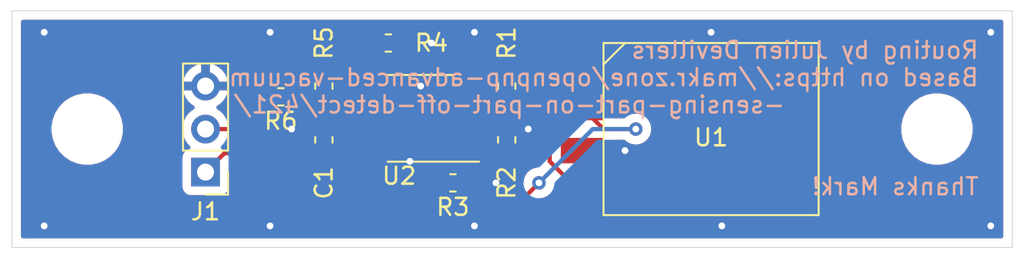
<source format=kicad_pcb>
(kicad_pcb (version 20171130) (host pcbnew "(5.1.6)-1")

  (general
    (thickness 1.6)
    (drawings 5)
    (tracks 56)
    (zones 0)
    (modules 12)
    (nets 11)
  )

  (page A4)
  (layers
    (0 F.Cu signal)
    (31 B.Cu signal)
    (32 B.Adhes user)
    (33 F.Adhes user)
    (34 B.Paste user)
    (35 F.Paste user)
    (36 B.SilkS user)
    (37 F.SilkS user)
    (38 B.Mask user)
    (39 F.Mask user)
    (40 Dwgs.User user)
    (41 Cmts.User user)
    (42 Eco1.User user)
    (43 Eco2.User user)
    (44 Edge.Cuts user)
    (45 Margin user)
    (46 B.CrtYd user)
    (47 F.CrtYd user)
    (48 B.Fab user)
    (49 F.Fab user)
  )

  (setup
    (last_trace_width 0.25)
    (trace_clearance 0.2)
    (zone_clearance 0.508)
    (zone_45_only no)
    (trace_min 0.2)
    (via_size 0.8)
    (via_drill 0.4)
    (via_min_size 0.4)
    (via_min_drill 0.3)
    (uvia_size 0.3)
    (uvia_drill 0.1)
    (uvias_allowed no)
    (uvia_min_size 0.2)
    (uvia_min_drill 0.1)
    (edge_width 0.05)
    (segment_width 0.2)
    (pcb_text_width 0.3)
    (pcb_text_size 1.5 1.5)
    (mod_edge_width 0.12)
    (mod_text_size 1 1)
    (mod_text_width 0.15)
    (pad_size 1.524 1.524)
    (pad_drill 0.762)
    (pad_to_mask_clearance 0.05)
    (aux_axis_origin 0 0)
    (visible_elements 7FFFFFFF)
    (pcbplotparams
      (layerselection 0x010fc_ffffffff)
      (usegerberextensions false)
      (usegerberattributes true)
      (usegerberadvancedattributes true)
      (creategerberjobfile true)
      (excludeedgelayer true)
      (linewidth 0.100000)
      (plotframeref false)
      (viasonmask false)
      (mode 1)
      (useauxorigin false)
      (hpglpennumber 1)
      (hpglpenspeed 20)
      (hpglpendiameter 15.000000)
      (psnegative false)
      (psa4output false)
      (plotreference true)
      (plotvalue true)
      (plotinvisibletext false)
      (padsonsilk false)
      (subtractmaskfromsilk false)
      (outputformat 1)
      (mirror false)
      (drillshape 0)
      (scaleselection 1)
      (outputdirectory "gerber/"))
  )

  (net 0 "")
  (net 1 GND)
  (net 2 VCC)
  (net 3 "Net-(R1-Pad2)")
  (net 4 "Net-(R1-Pad1)")
  (net 5 "Net-(R2-Pad2)")
  (net 6 "Net-(R2-Pad1)")
  (net 7 "Net-(R3-Pad2)")
  (net 8 "Net-(R5-Pad2)")
  (net 9 "Net-(R5-Pad1)")
  (net 10 /out)

  (net_class Default "This is the default net class."
    (clearance 0.2)
    (trace_width 0.25)
    (via_dia 0.8)
    (via_drill 0.4)
    (uvia_dia 0.3)
    (uvia_drill 0.1)
    (add_net /out)
    (add_net GND)
    (add_net "Net-(R1-Pad1)")
    (add_net "Net-(R1-Pad2)")
    (add_net "Net-(R2-Pad1)")
    (add_net "Net-(R2-Pad2)")
    (add_net "Net-(R3-Pad2)")
    (add_net "Net-(R5-Pad1)")
    (add_net "Net-(R5-Pad2)")
    (add_net "Net-(U1-Pad1)")
    (add_net "Net-(U1-Pad5)")
    (add_net "Net-(U1-Pad6)")
    (add_net "Net-(U1-Pad7)")
    (add_net "Net-(U1-Pad8)")
    (add_net VCC)
  )

  (module MountingHole:MountingHole_3.2mm_M3 (layer F.Cu) (tedit 56D1B4CB) (tstamp 5F60E244)
    (at 152.4 96.52)
    (descr "Mounting Hole 3.2mm, no annular, M3")
    (tags "mounting hole 3.2mm no annular m3")
    (path /5F741F20)
    (attr virtual)
    (fp_text reference H2 (at 0 -4.2) (layer F.SilkS) hide
      (effects (font (size 1 1) (thickness 0.15)))
    )
    (fp_text value MountingHole (at 0 4.2) (layer F.Fab)
      (effects (font (size 1 1) (thickness 0.15)))
    )
    (fp_circle (center 0 0) (end 3.45 0) (layer F.CrtYd) (width 0.05))
    (fp_circle (center 0 0) (end 3.2 0) (layer Cmts.User) (width 0.15))
    (fp_text user %R (at 0.3 0) (layer F.Fab)
      (effects (font (size 1 1) (thickness 0.15)))
    )
    (pad 1 np_thru_hole circle (at 0 0) (size 3.2 3.2) (drill 3.2) (layers *.Cu *.Mask))
  )

  (module MountingHole:MountingHole_3.2mm_M3 (layer F.Cu) (tedit 56D1B4CB) (tstamp 5F60E23C)
    (at 102.235 96.52)
    (descr "Mounting Hole 3.2mm, no annular, M3")
    (tags "mounting hole 3.2mm no annular m3")
    (path /5F740E9A)
    (attr virtual)
    (fp_text reference H1 (at 0 -4.2) (layer F.SilkS) hide
      (effects (font (size 1 1) (thickness 0.15)))
    )
    (fp_text value MountingHole (at 0 4.2) (layer F.Fab)
      (effects (font (size 1 1) (thickness 0.15)))
    )
    (fp_circle (center 0 0) (end 3.45 0) (layer F.CrtYd) (width 0.05))
    (fp_circle (center 0 0) (end 3.2 0) (layer Cmts.User) (width 0.15))
    (fp_text user %R (at 0.3 0) (layer F.Fab)
      (effects (font (size 1 1) (thickness 0.15)))
    )
    (pad 1 np_thru_hole circle (at 0 0) (size 3.2 3.2) (drill 3.2) (layers *.Cu *.Mask))
  )

  (module Connector_PinHeader_2.54mm:PinHeader_1x03_P2.54mm_Vertical (layer F.Cu) (tedit 59FED5CC) (tstamp 5F60C74F)
    (at 109.22 99.06 180)
    (descr "Through hole straight pin header, 1x03, 2.54mm pitch, single row")
    (tags "Through hole pin header THT 1x03 2.54mm single row")
    (path /5F72C085)
    (fp_text reference J1 (at 0 -2.33) (layer F.SilkS)
      (effects (font (size 1 1) (thickness 0.15)))
    )
    (fp_text value Conn_01x03_Male (at 0 7.41) (layer F.Fab)
      (effects (font (size 1 1) (thickness 0.15)))
    )
    (fp_line (start 1.8 -1.8) (end -1.8 -1.8) (layer F.CrtYd) (width 0.05))
    (fp_line (start 1.8 6.85) (end 1.8 -1.8) (layer F.CrtYd) (width 0.05))
    (fp_line (start -1.8 6.85) (end 1.8 6.85) (layer F.CrtYd) (width 0.05))
    (fp_line (start -1.8 -1.8) (end -1.8 6.85) (layer F.CrtYd) (width 0.05))
    (fp_line (start -1.33 -1.33) (end 0 -1.33) (layer F.SilkS) (width 0.12))
    (fp_line (start -1.33 0) (end -1.33 -1.33) (layer F.SilkS) (width 0.12))
    (fp_line (start -1.33 1.27) (end 1.33 1.27) (layer F.SilkS) (width 0.12))
    (fp_line (start 1.33 1.27) (end 1.33 6.41) (layer F.SilkS) (width 0.12))
    (fp_line (start -1.33 1.27) (end -1.33 6.41) (layer F.SilkS) (width 0.12))
    (fp_line (start -1.33 6.41) (end 1.33 6.41) (layer F.SilkS) (width 0.12))
    (fp_line (start -1.27 -0.635) (end -0.635 -1.27) (layer F.Fab) (width 0.1))
    (fp_line (start -1.27 6.35) (end -1.27 -0.635) (layer F.Fab) (width 0.1))
    (fp_line (start 1.27 6.35) (end -1.27 6.35) (layer F.Fab) (width 0.1))
    (fp_line (start 1.27 -1.27) (end 1.27 6.35) (layer F.Fab) (width 0.1))
    (fp_line (start -0.635 -1.27) (end 1.27 -1.27) (layer F.Fab) (width 0.1))
    (fp_text user %R (at 0 2.54 90) (layer F.Fab)
      (effects (font (size 1 1) (thickness 0.15)))
    )
    (pad 3 thru_hole oval (at 0 5.08 180) (size 1.7 1.7) (drill 1) (layers *.Cu *.Mask)
      (net 1 GND))
    (pad 2 thru_hole oval (at 0 2.54 180) (size 1.7 1.7) (drill 1) (layers *.Cu *.Mask)
      (net 10 /out))
    (pad 1 thru_hole rect (at 0 0 180) (size 1.7 1.7) (drill 1) (layers *.Cu *.Mask)
      (net 2 VCC))
    (model ${KISYS3DMOD}/Connector_PinHeader_2.54mm.3dshapes/PinHeader_1x03_P2.54mm_Vertical.wrl
      (at (xyz 0 0 0))
      (scale (xyz 1 1 1))
      (rotate (xyz 0 0 0))
    )
  )

  (module Package_SO:SOIC-8_3.9x4.9mm_P1.27mm (layer F.Cu) (tedit 5D9F72B1) (tstamp 5F60C588)
    (at 121.92 95.885 180)
    (descr "SOIC, 8 Pin (JEDEC MS-012AA, https://www.analog.com/media/en/package-pcb-resources/package/pkg_pdf/soic_narrow-r/r_8.pdf), generated with kicad-footprint-generator ipc_gullwing_generator.py")
    (tags "SOIC SO")
    (path /5F70BE10)
    (attr smd)
    (fp_text reference U2 (at 1.27 -3.4) (layer F.SilkS)
      (effects (font (size 1 1) (thickness 0.15)))
    )
    (fp_text value MCP6022 (at 0 3.4) (layer F.Fab)
      (effects (font (size 1 1) (thickness 0.15)))
    )
    (fp_line (start 3.7 -2.7) (end -3.7 -2.7) (layer F.CrtYd) (width 0.05))
    (fp_line (start 3.7 2.7) (end 3.7 -2.7) (layer F.CrtYd) (width 0.05))
    (fp_line (start -3.7 2.7) (end 3.7 2.7) (layer F.CrtYd) (width 0.05))
    (fp_line (start -3.7 -2.7) (end -3.7 2.7) (layer F.CrtYd) (width 0.05))
    (fp_line (start -1.95 -1.475) (end -0.975 -2.45) (layer F.Fab) (width 0.1))
    (fp_line (start -1.95 2.45) (end -1.95 -1.475) (layer F.Fab) (width 0.1))
    (fp_line (start 1.95 2.45) (end -1.95 2.45) (layer F.Fab) (width 0.1))
    (fp_line (start 1.95 -2.45) (end 1.95 2.45) (layer F.Fab) (width 0.1))
    (fp_line (start -0.975 -2.45) (end 1.95 -2.45) (layer F.Fab) (width 0.1))
    (fp_line (start 0 -2.56) (end -3.45 -2.56) (layer F.SilkS) (width 0.12))
    (fp_line (start 0 -2.56) (end 1.95 -2.56) (layer F.SilkS) (width 0.12))
    (fp_line (start 0 2.56) (end -1.95 2.56) (layer F.SilkS) (width 0.12))
    (fp_line (start 0 2.56) (end 1.95 2.56) (layer F.SilkS) (width 0.12))
    (fp_text user %R (at 0 0) (layer F.Fab)
      (effects (font (size 0.98 0.98) (thickness 0.15)))
    )
    (pad 8 smd roundrect (at 2.475 -1.905 180) (size 1.95 0.6) (layers F.Cu F.Paste F.Mask) (roundrect_rratio 0.25)
      (net 2 VCC))
    (pad 7 smd roundrect (at 2.475 -0.635 180) (size 1.95 0.6) (layers F.Cu F.Paste F.Mask) (roundrect_rratio 0.25)
      (net 9 "Net-(R5-Pad1)"))
    (pad 6 smd roundrect (at 2.475 0.635 180) (size 1.95 0.6) (layers F.Cu F.Paste F.Mask) (roundrect_rratio 0.25)
      (net 8 "Net-(R5-Pad2)"))
    (pad 5 smd roundrect (at 2.475 1.905 180) (size 1.95 0.6) (layers F.Cu F.Paste F.Mask) (roundrect_rratio 0.25)
      (net 7 "Net-(R3-Pad2)"))
    (pad 4 smd roundrect (at -2.475 1.905 180) (size 1.95 0.6) (layers F.Cu F.Paste F.Mask) (roundrect_rratio 0.25)
      (net 1 GND))
    (pad 3 smd roundrect (at -2.475 0.635 180) (size 1.95 0.6) (layers F.Cu F.Paste F.Mask) (roundrect_rratio 0.25)
      (net 4 "Net-(R1-Pad1)"))
    (pad 2 smd roundrect (at -2.475 -0.635 180) (size 1.95 0.6) (layers F.Cu F.Paste F.Mask) (roundrect_rratio 0.25)
      (net 5 "Net-(R2-Pad2)"))
    (pad 1 smd roundrect (at -2.475 -1.905 180) (size 1.95 0.6) (layers F.Cu F.Paste F.Mask) (roundrect_rratio 0.25)
      (net 6 "Net-(R2-Pad1)"))
    (model ${KISYS3DMOD}/Package_SO.3dshapes/SOIC-8_3.9x4.9mm_P1.27mm.wrl
      (at (xyz 0 0 0))
      (scale (xyz 1 1 1))
      (rotate (xyz 0 0 0))
    )
  )

  (module Resistor_SMD:R_0603_1608Metric (layer F.Cu) (tedit 5B301BBD) (tstamp 5F60C178)
    (at 113.665 94.615 180)
    (descr "Resistor SMD 0603 (1608 Metric), square (rectangular) end terminal, IPC_7351 nominal, (Body size source: http://www.tortai-tech.com/upload/download/2011102023233369053.pdf), generated with kicad-footprint-generator")
    (tags resistor)
    (path /5F722C78)
    (attr smd)
    (fp_text reference R6 (at 0 -1.43) (layer F.SilkS)
      (effects (font (size 1 1) (thickness 0.15)))
    )
    (fp_text value 470 (at 0 1.43) (layer F.Fab)
      (effects (font (size 1 1) (thickness 0.15)))
    )
    (fp_line (start 1.48 0.73) (end -1.48 0.73) (layer F.CrtYd) (width 0.05))
    (fp_line (start 1.48 -0.73) (end 1.48 0.73) (layer F.CrtYd) (width 0.05))
    (fp_line (start -1.48 -0.73) (end 1.48 -0.73) (layer F.CrtYd) (width 0.05))
    (fp_line (start -1.48 0.73) (end -1.48 -0.73) (layer F.CrtYd) (width 0.05))
    (fp_line (start -0.162779 0.51) (end 0.162779 0.51) (layer F.SilkS) (width 0.12))
    (fp_line (start -0.162779 -0.51) (end 0.162779 -0.51) (layer F.SilkS) (width 0.12))
    (fp_line (start 0.8 0.4) (end -0.8 0.4) (layer F.Fab) (width 0.1))
    (fp_line (start 0.8 -0.4) (end 0.8 0.4) (layer F.Fab) (width 0.1))
    (fp_line (start -0.8 -0.4) (end 0.8 -0.4) (layer F.Fab) (width 0.1))
    (fp_line (start -0.8 0.4) (end -0.8 -0.4) (layer F.Fab) (width 0.1))
    (fp_text user %R (at 0 0) (layer F.Fab)
      (effects (font (size 0.4 0.4) (thickness 0.06)))
    )
    (pad 2 smd roundrect (at 0.7875 0 180) (size 0.875 0.95) (layers F.Cu F.Paste F.Mask) (roundrect_rratio 0.25)
      (net 10 /out))
    (pad 1 smd roundrect (at -0.7875 0 180) (size 0.875 0.95) (layers F.Cu F.Paste F.Mask) (roundrect_rratio 0.25)
      (net 9 "Net-(R5-Pad1)"))
    (model ${KISYS3DMOD}/Resistor_SMD.3dshapes/R_0603_1608Metric.wrl
      (at (xyz 0 0 0))
      (scale (xyz 1 1 1))
      (rotate (xyz 0 0 0))
    )
  )

  (module Resistor_SMD:R_0603_1608Metric (layer F.Cu) (tedit 5B301BBD) (tstamp 5F60C167)
    (at 116.205 93.98 90)
    (descr "Resistor SMD 0603 (1608 Metric), square (rectangular) end terminal, IPC_7351 nominal, (Body size source: http://www.tortai-tech.com/upload/download/2011102023233369053.pdf), generated with kicad-footprint-generator")
    (tags resistor)
    (path /5F7219E0)
    (attr smd)
    (fp_text reference R5 (at 2.54 0 90) (layer F.SilkS)
      (effects (font (size 1 1) (thickness 0.15)))
    )
    (fp_text value 100k (at 0 1.43 90) (layer F.Fab)
      (effects (font (size 1 1) (thickness 0.15)))
    )
    (fp_line (start 1.48 0.73) (end -1.48 0.73) (layer F.CrtYd) (width 0.05))
    (fp_line (start 1.48 -0.73) (end 1.48 0.73) (layer F.CrtYd) (width 0.05))
    (fp_line (start -1.48 -0.73) (end 1.48 -0.73) (layer F.CrtYd) (width 0.05))
    (fp_line (start -1.48 0.73) (end -1.48 -0.73) (layer F.CrtYd) (width 0.05))
    (fp_line (start -0.162779 0.51) (end 0.162779 0.51) (layer F.SilkS) (width 0.12))
    (fp_line (start -0.162779 -0.51) (end 0.162779 -0.51) (layer F.SilkS) (width 0.12))
    (fp_line (start 0.8 0.4) (end -0.8 0.4) (layer F.Fab) (width 0.1))
    (fp_line (start 0.8 -0.4) (end 0.8 0.4) (layer F.Fab) (width 0.1))
    (fp_line (start -0.8 -0.4) (end 0.8 -0.4) (layer F.Fab) (width 0.1))
    (fp_line (start -0.8 0.4) (end -0.8 -0.4) (layer F.Fab) (width 0.1))
    (fp_text user %R (at 0 0 90) (layer F.Fab)
      (effects (font (size 0.4 0.4) (thickness 0.06)))
    )
    (pad 2 smd roundrect (at 0.7875 0 90) (size 0.875 0.95) (layers F.Cu F.Paste F.Mask) (roundrect_rratio 0.25)
      (net 8 "Net-(R5-Pad2)"))
    (pad 1 smd roundrect (at -0.7875 0 90) (size 0.875 0.95) (layers F.Cu F.Paste F.Mask) (roundrect_rratio 0.25)
      (net 9 "Net-(R5-Pad1)"))
    (model ${KISYS3DMOD}/Resistor_SMD.3dshapes/R_0603_1608Metric.wrl
      (at (xyz 0 0 0))
      (scale (xyz 1 1 1))
      (rotate (xyz 0 0 0))
    )
  )

  (module Resistor_SMD:R_0603_1608Metric (layer F.Cu) (tedit 5B301BBD) (tstamp 5F60C156)
    (at 120.015 91.44)
    (descr "Resistor SMD 0603 (1608 Metric), square (rectangular) end terminal, IPC_7351 nominal, (Body size source: http://www.tortai-tech.com/upload/download/2011102023233369053.pdf), generated with kicad-footprint-generator")
    (tags resistor)
    (path /5F720A1F)
    (attr smd)
    (fp_text reference R4 (at 2.54 0) (layer F.SilkS)
      (effects (font (size 1 1) (thickness 0.15)))
    )
    (fp_text value 100k (at 0 1.43) (layer F.Fab)
      (effects (font (size 1 1) (thickness 0.15)))
    )
    (fp_line (start 1.48 0.73) (end -1.48 0.73) (layer F.CrtYd) (width 0.05))
    (fp_line (start 1.48 -0.73) (end 1.48 0.73) (layer F.CrtYd) (width 0.05))
    (fp_line (start -1.48 -0.73) (end 1.48 -0.73) (layer F.CrtYd) (width 0.05))
    (fp_line (start -1.48 0.73) (end -1.48 -0.73) (layer F.CrtYd) (width 0.05))
    (fp_line (start -0.162779 0.51) (end 0.162779 0.51) (layer F.SilkS) (width 0.12))
    (fp_line (start -0.162779 -0.51) (end 0.162779 -0.51) (layer F.SilkS) (width 0.12))
    (fp_line (start 0.8 0.4) (end -0.8 0.4) (layer F.Fab) (width 0.1))
    (fp_line (start 0.8 -0.4) (end 0.8 0.4) (layer F.Fab) (width 0.1))
    (fp_line (start -0.8 -0.4) (end 0.8 -0.4) (layer F.Fab) (width 0.1))
    (fp_line (start -0.8 0.4) (end -0.8 -0.4) (layer F.Fab) (width 0.1))
    (fp_text user %R (at 0 0) (layer F.Fab)
      (effects (font (size 0.4 0.4) (thickness 0.06)))
    )
    (pad 2 smd roundrect (at 0.7875 0) (size 0.875 0.95) (layers F.Cu F.Paste F.Mask) (roundrect_rratio 0.25)
      (net 1 GND))
    (pad 1 smd roundrect (at -0.7875 0) (size 0.875 0.95) (layers F.Cu F.Paste F.Mask) (roundrect_rratio 0.25)
      (net 7 "Net-(R3-Pad2)"))
    (model ${KISYS3DMOD}/Resistor_SMD.3dshapes/R_0603_1608Metric.wrl
      (at (xyz 0 0 0))
      (scale (xyz 1 1 1))
      (rotate (xyz 0 0 0))
    )
  )

  (module Resistor_SMD:R_0603_1608Metric (layer F.Cu) (tedit 5B301BBD) (tstamp 5F60C145)
    (at 123.825 99.695 180)
    (descr "Resistor SMD 0603 (1608 Metric), square (rectangular) end terminal, IPC_7351 nominal, (Body size source: http://www.tortai-tech.com/upload/download/2011102023233369053.pdf), generated with kicad-footprint-generator")
    (tags resistor)
    (path /5F71FCE6)
    (attr smd)
    (fp_text reference R3 (at 0 -1.43) (layer F.SilkS)
      (effects (font (size 1 1) (thickness 0.15)))
    )
    (fp_text value 47k (at 0 1.43) (layer F.Fab)
      (effects (font (size 1 1) (thickness 0.15)))
    )
    (fp_line (start 1.48 0.73) (end -1.48 0.73) (layer F.CrtYd) (width 0.05))
    (fp_line (start 1.48 -0.73) (end 1.48 0.73) (layer F.CrtYd) (width 0.05))
    (fp_line (start -1.48 -0.73) (end 1.48 -0.73) (layer F.CrtYd) (width 0.05))
    (fp_line (start -1.48 0.73) (end -1.48 -0.73) (layer F.CrtYd) (width 0.05))
    (fp_line (start -0.162779 0.51) (end 0.162779 0.51) (layer F.SilkS) (width 0.12))
    (fp_line (start -0.162779 -0.51) (end 0.162779 -0.51) (layer F.SilkS) (width 0.12))
    (fp_line (start 0.8 0.4) (end -0.8 0.4) (layer F.Fab) (width 0.1))
    (fp_line (start 0.8 -0.4) (end 0.8 0.4) (layer F.Fab) (width 0.1))
    (fp_line (start -0.8 -0.4) (end 0.8 -0.4) (layer F.Fab) (width 0.1))
    (fp_line (start -0.8 0.4) (end -0.8 -0.4) (layer F.Fab) (width 0.1))
    (fp_text user %R (at 0 0) (layer F.Fab)
      (effects (font (size 0.4 0.4) (thickness 0.06)))
    )
    (pad 2 smd roundrect (at 0.7875 0 180) (size 0.875 0.95) (layers F.Cu F.Paste F.Mask) (roundrect_rratio 0.25)
      (net 7 "Net-(R3-Pad2)"))
    (pad 1 smd roundrect (at -0.7875 0 180) (size 0.875 0.95) (layers F.Cu F.Paste F.Mask) (roundrect_rratio 0.25)
      (net 6 "Net-(R2-Pad1)"))
    (model ${KISYS3DMOD}/Resistor_SMD.3dshapes/R_0603_1608Metric.wrl
      (at (xyz 0 0 0))
      (scale (xyz 1 1 1))
      (rotate (xyz 0 0 0))
    )
  )

  (module Resistor_SMD:R_0603_1608Metric (layer F.Cu) (tedit 5B301BBD) (tstamp 5F60C134)
    (at 127 97.155 90)
    (descr "Resistor SMD 0603 (1608 Metric), square (rectangular) end terminal, IPC_7351 nominal, (Body size source: http://www.tortai-tech.com/upload/download/2011102023233369053.pdf), generated with kicad-footprint-generator")
    (tags resistor)
    (path /5F71AEBF)
    (attr smd)
    (fp_text reference R2 (at -2.54 0 90) (layer F.SilkS)
      (effects (font (size 1 1) (thickness 0.15)))
    )
    (fp_text value 100k (at 0 1.43 90) (layer F.Fab)
      (effects (font (size 1 1) (thickness 0.15)))
    )
    (fp_line (start 1.48 0.73) (end -1.48 0.73) (layer F.CrtYd) (width 0.05))
    (fp_line (start 1.48 -0.73) (end 1.48 0.73) (layer F.CrtYd) (width 0.05))
    (fp_line (start -1.48 -0.73) (end 1.48 -0.73) (layer F.CrtYd) (width 0.05))
    (fp_line (start -1.48 0.73) (end -1.48 -0.73) (layer F.CrtYd) (width 0.05))
    (fp_line (start -0.162779 0.51) (end 0.162779 0.51) (layer F.SilkS) (width 0.12))
    (fp_line (start -0.162779 -0.51) (end 0.162779 -0.51) (layer F.SilkS) (width 0.12))
    (fp_line (start 0.8 0.4) (end -0.8 0.4) (layer F.Fab) (width 0.1))
    (fp_line (start 0.8 -0.4) (end 0.8 0.4) (layer F.Fab) (width 0.1))
    (fp_line (start -0.8 -0.4) (end 0.8 -0.4) (layer F.Fab) (width 0.1))
    (fp_line (start -0.8 0.4) (end -0.8 -0.4) (layer F.Fab) (width 0.1))
    (fp_text user %R (at 0 0 90) (layer F.Fab)
      (effects (font (size 0.4 0.4) (thickness 0.06)))
    )
    (pad 2 smd roundrect (at 0.7875 0 90) (size 0.875 0.95) (layers F.Cu F.Paste F.Mask) (roundrect_rratio 0.25)
      (net 5 "Net-(R2-Pad2)"))
    (pad 1 smd roundrect (at -0.7875 0 90) (size 0.875 0.95) (layers F.Cu F.Paste F.Mask) (roundrect_rratio 0.25)
      (net 6 "Net-(R2-Pad1)"))
    (model ${KISYS3DMOD}/Resistor_SMD.3dshapes/R_0603_1608Metric.wrl
      (at (xyz 0 0 0))
      (scale (xyz 1 1 1))
      (rotate (xyz 0 0 0))
    )
  )

  (module Resistor_SMD:R_0603_1608Metric (layer F.Cu) (tedit 5B301BBD) (tstamp 5F60C123)
    (at 127 93.98 90)
    (descr "Resistor SMD 0603 (1608 Metric), square (rectangular) end terminal, IPC_7351 nominal, (Body size source: http://www.tortai-tech.com/upload/download/2011102023233369053.pdf), generated with kicad-footprint-generator")
    (tags resistor)
    (path /5F70E8E8)
    (attr smd)
    (fp_text reference R1 (at 2.54 0 90) (layer F.SilkS)
      (effects (font (size 1 1) (thickness 0.15)))
    )
    (fp_text value 100k (at 0 1.43 90) (layer F.Fab)
      (effects (font (size 1 1) (thickness 0.15)))
    )
    (fp_line (start 1.48 0.73) (end -1.48 0.73) (layer F.CrtYd) (width 0.05))
    (fp_line (start 1.48 -0.73) (end 1.48 0.73) (layer F.CrtYd) (width 0.05))
    (fp_line (start -1.48 -0.73) (end 1.48 -0.73) (layer F.CrtYd) (width 0.05))
    (fp_line (start -1.48 0.73) (end -1.48 -0.73) (layer F.CrtYd) (width 0.05))
    (fp_line (start -0.162779 0.51) (end 0.162779 0.51) (layer F.SilkS) (width 0.12))
    (fp_line (start -0.162779 -0.51) (end 0.162779 -0.51) (layer F.SilkS) (width 0.12))
    (fp_line (start 0.8 0.4) (end -0.8 0.4) (layer F.Fab) (width 0.1))
    (fp_line (start 0.8 -0.4) (end 0.8 0.4) (layer F.Fab) (width 0.1))
    (fp_line (start -0.8 -0.4) (end 0.8 -0.4) (layer F.Fab) (width 0.1))
    (fp_line (start -0.8 0.4) (end -0.8 -0.4) (layer F.Fab) (width 0.1))
    (fp_text user %R (at 0 0 90) (layer F.Fab)
      (effects (font (size 0.4 0.4) (thickness 0.06)))
    )
    (pad 2 smd roundrect (at 0.7875 0 90) (size 0.875 0.95) (layers F.Cu F.Paste F.Mask) (roundrect_rratio 0.25)
      (net 3 "Net-(R1-Pad2)"))
    (pad 1 smd roundrect (at -0.7875 0 90) (size 0.875 0.95) (layers F.Cu F.Paste F.Mask) (roundrect_rratio 0.25)
      (net 4 "Net-(R1-Pad1)"))
    (model ${KISYS3DMOD}/Resistor_SMD.3dshapes/R_0603_1608Metric.wrl
      (at (xyz 0 0 0))
      (scale (xyz 1 1 1))
      (rotate (xyz 0 0 0))
    )
  )

  (module Capacitor_SMD:C_0603_1608Metric (layer F.Cu) (tedit 5B301BBE) (tstamp 5F60CD15)
    (at 116.205 97.155 90)
    (descr "Capacitor SMD 0603 (1608 Metric), square (rectangular) end terminal, IPC_7351 nominal, (Body size source: http://www.tortai-tech.com/upload/download/2011102023233369053.pdf), generated with kicad-footprint-generator")
    (tags capacitor)
    (path /5F727AB3)
    (attr smd)
    (fp_text reference C1 (at -2.54 0 90) (layer F.SilkS)
      (effects (font (size 1 1) (thickness 0.15)))
    )
    (fp_text value 100nF (at 0 1.43 90) (layer F.Fab)
      (effects (font (size 1 1) (thickness 0.15)))
    )
    (fp_line (start 1.48 0.73) (end -1.48 0.73) (layer F.CrtYd) (width 0.05))
    (fp_line (start 1.48 -0.73) (end 1.48 0.73) (layer F.CrtYd) (width 0.05))
    (fp_line (start -1.48 -0.73) (end 1.48 -0.73) (layer F.CrtYd) (width 0.05))
    (fp_line (start -1.48 0.73) (end -1.48 -0.73) (layer F.CrtYd) (width 0.05))
    (fp_line (start -0.162779 0.51) (end 0.162779 0.51) (layer F.SilkS) (width 0.12))
    (fp_line (start -0.162779 -0.51) (end 0.162779 -0.51) (layer F.SilkS) (width 0.12))
    (fp_line (start 0.8 0.4) (end -0.8 0.4) (layer F.Fab) (width 0.1))
    (fp_line (start 0.8 -0.4) (end 0.8 0.4) (layer F.Fab) (width 0.1))
    (fp_line (start -0.8 -0.4) (end 0.8 -0.4) (layer F.Fab) (width 0.1))
    (fp_line (start -0.8 0.4) (end -0.8 -0.4) (layer F.Fab) (width 0.1))
    (fp_text user %R (at 0 0 90) (layer F.Fab)
      (effects (font (size 0.4 0.4) (thickness 0.06)))
    )
    (pad 2 smd roundrect (at 0.7875 0 90) (size 0.875 0.95) (layers F.Cu F.Paste F.Mask) (roundrect_rratio 0.25)
      (net 1 GND))
    (pad 1 smd roundrect (at -0.7875 0 90) (size 0.875 0.95) (layers F.Cu F.Paste F.Mask) (roundrect_rratio 0.25)
      (net 2 VCC))
    (model ${KISYS3DMOD}/Capacitor_SMD.3dshapes/C_0603_1608Metric.wrl
      (at (xyz 0 0 0))
      (scale (xyz 1 1 1))
      (rotate (xyz 0 0 0))
    )
  )

  (module MyLib:SOP8-15mm (layer F.Cu) (tedit 5F5F7FD3) (tstamp 5F60C011)
    (at 139.065 96.52)
    (path /5F70F2B8)
    (fp_text reference U1 (at 0 0.5) (layer F.SilkS)
      (effects (font (size 1 1) (thickness 0.15)))
    )
    (fp_text value MPXA6115A (at 0 -0.5) (layer F.Fab)
      (effects (font (size 1 1) (thickness 0.15)))
    )
    (fp_line (start -6.35 -3.81) (end -5.08 -5.08) (layer F.SilkS) (width 0.12))
    (fp_line (start -6.35 5.08) (end -6.35 -5.08) (layer F.SilkS) (width 0.12))
    (fp_line (start 6.35 5.08) (end -6.35 5.08) (layer F.SilkS) (width 0.12))
    (fp_line (start 6.35 -5.08) (end 6.35 5.08) (layer F.SilkS) (width 0.12))
    (fp_line (start -6.35 -5.08) (end 6.35 -5.08) (layer F.SilkS) (width 0.12))
    (pad 8 smd rect (at 7.62 -3.81) (size 2.5 1.5) (layers F.Cu F.Paste F.Mask))
    (pad 7 smd rect (at 7.62 -1.27) (size 2.5 1.5) (layers F.Cu F.Paste F.Mask))
    (pad 6 smd rect (at 7.62 1.27) (size 2.5 1.5) (layers F.Cu F.Paste F.Mask))
    (pad 5 smd rect (at 7.62 3.81) (size 2.5 1.5) (layers F.Cu F.Paste F.Mask))
    (pad 4 smd rect (at -7.62 3.81) (size 2.5 1.5) (layers F.Cu F.Paste F.Mask)
      (net 3 "Net-(R1-Pad2)"))
    (pad 3 smd rect (at -7.62 1.27) (size 2.5 1.5) (layers F.Cu F.Paste F.Mask)
      (net 1 GND))
    (pad 2 smd rect (at -7.62 -1.27) (size 2.5 1.5) (layers F.Cu F.Paste F.Mask)
      (net 2 VCC))
    (pad 1 smd rect (at -7.62 -3.7846) (size 2.5 1.5) (layers F.Cu F.Paste F.Mask))
  )

  (gr_text "Routing by Julien Devillers \nBased on https://makr.zone/openpnp-advanced-vacuum\n               -sensing-part-on-part-off-detect/421/\n\n\nThanks Mark!" (at 154.94 95.885) (layer B.SilkS)
    (effects (font (size 1 1) (thickness 0.15)) (justify left mirror))
  )
  (gr_line (start 97.79 103.505) (end 97.79 89.535) (layer Edge.Cuts) (width 0.05) (tstamp 5F60DF94))
  (gr_line (start 156.845 103.505) (end 97.79 103.505) (layer Edge.Cuts) (width 0.05))
  (gr_line (start 156.845 89.535) (end 156.845 103.505) (layer Edge.Cuts) (width 0.05) (tstamp 5F60DFA5))
  (gr_line (start 97.79 89.535) (end 156.845 89.535) (layer Edge.Cuts) (width 0.05))

  (via (at 99.695 90.805) (size 0.8) (drill 0.4) (layers F.Cu B.Cu) (net 1))
  (via (at 99.695 102.235) (size 0.8) (drill 0.4) (layers F.Cu B.Cu) (net 1))
  (via (at 155.575 90.805) (size 0.8) (drill 0.4) (layers F.Cu B.Cu) (net 1))
  (via (at 155.575 102.235) (size 0.8) (drill 0.4) (layers F.Cu B.Cu) (net 1))
  (via (at 113.03 102.235) (size 0.8) (drill 0.4) (layers F.Cu B.Cu) (net 1))
  (via (at 113.03 90.805) (size 0.8) (drill 0.4) (layers F.Cu B.Cu) (net 1))
  (via (at 139.065 90.805) (size 0.8) (drill 0.4) (layers F.Cu B.Cu) (net 1))
  (via (at 139.7 102.235) (size 0.8) (drill 0.4) (layers F.Cu B.Cu) (net 1))
  (via (at 125.095 102.235) (size 0.8) (drill 0.4) (layers F.Cu B.Cu) (net 1))
  (via (at 125.095 90.805) (size 0.8) (drill 0.4) (layers F.Cu B.Cu) (net 1))
  (via (at 114.3 96.52) (size 0.8) (drill 0.4) (layers F.Cu B.Cu) (net 1))
  (via (at 128.27 96.52) (size 0.8) (drill 0.4) (layers F.Cu B.Cu) (net 1))
  (via (at 126.365 99.695) (size 0.8) (drill 0.4) (layers F.Cu B.Cu) (net 1))
  (via (at 121.285 98.425) (size 0.8) (drill 0.4) (layers F.Cu B.Cu) (net 1))
  (via (at 121.92 93.98) (size 0.8) (drill 0.4) (layers F.Cu B.Cu) (net 1))
  (via (at 133.985 97.79) (size 0.8) (drill 0.4) (layers F.Cu B.Cu) (net 1))
  (via (at 122.555 91.44) (size 0.8) (drill 0.4) (layers F.Cu B.Cu) (net 1))
  (segment (start 116.3575 97.79) (end 116.205 97.9425) (width 0.25) (layer F.Cu) (net 2))
  (segment (start 119.445 97.79) (end 116.3575 97.79) (width 0.25) (layer F.Cu) (net 2))
  (segment (start 119.445 97.79) (end 119.445 99.125) (width 0.25) (layer F.Cu) (net 2))
  (segment (start 119.445 99.125) (end 121.92 101.6) (width 0.25) (layer F.Cu) (net 2))
  (segment (start 121.92 101.6) (end 127 101.6) (width 0.25) (layer F.Cu) (net 2))
  (via (at 128.905 99.695) (size 0.8) (drill 0.4) (layers F.Cu B.Cu) (net 2))
  (segment (start 127 101.6) (end 128.905 99.695) (width 0.25) (layer F.Cu) (net 2))
  (via (at 134.62 96.52) (size 0.8) (drill 0.4) (layers F.Cu B.Cu) (net 2))
  (segment (start 128.905 99.695) (end 132.08 96.52) (width 0.25) (layer B.Cu) (net 2))
  (segment (start 132.08 96.52) (end 134.62 96.52) (width 0.25) (layer B.Cu) (net 2))
  (segment (start 132.715 96.52) (end 131.445 95.25) (width 0.25) (layer F.Cu) (net 2))
  (segment (start 134.62 96.52) (end 132.715 96.52) (width 0.25) (layer F.Cu) (net 2))
  (segment (start 110.3375 97.9425) (end 109.22 99.06) (width 0.25) (layer F.Cu) (net 2))
  (segment (start 116.205 97.9425) (end 110.3375 97.9425) (width 0.25) (layer F.Cu) (net 2))
  (segment (start 129.54 95.7325) (end 127 93.1925) (width 0.25) (layer F.Cu) (net 3))
  (segment (start 131.445 100.33) (end 129.54 98.425) (width 0.25) (layer F.Cu) (net 3))
  (segment (start 129.54 98.425) (end 129.54 95.7325) (width 0.25) (layer F.Cu) (net 3))
  (segment (start 124.8775 94.7675) (end 124.395 95.25) (width 0.25) (layer F.Cu) (net 4))
  (segment (start 127 94.7675) (end 124.8775 94.7675) (width 0.25) (layer F.Cu) (net 4))
  (segment (start 126.8475 96.52) (end 127 96.3675) (width 0.25) (layer F.Cu) (net 5))
  (segment (start 124.395 96.52) (end 126.8475 96.52) (width 0.25) (layer F.Cu) (net 5))
  (segment (start 124.5475 97.9425) (end 124.395 97.79) (width 0.25) (layer F.Cu) (net 6))
  (segment (start 127 97.9425) (end 124.5475 97.9425) (width 0.25) (layer F.Cu) (net 6))
  (segment (start 124.6125 98.0075) (end 124.395 97.79) (width 0.25) (layer F.Cu) (net 6))
  (segment (start 124.6125 99.695) (end 124.6125 98.0075) (width 0.25) (layer F.Cu) (net 6))
  (segment (start 119.821768 93.98) (end 119.445 93.98) (width 0.25) (layer F.Cu) (net 7))
  (segment (start 123.0375 97.195732) (end 119.821768 93.98) (width 0.25) (layer F.Cu) (net 7))
  (segment (start 123.0375 99.695) (end 123.0375 97.195732) (width 0.25) (layer F.Cu) (net 7))
  (segment (start 119.445 91.6575) (end 119.2275 91.44) (width 0.25) (layer F.Cu) (net 7))
  (segment (start 119.445 93.98) (end 119.445 91.6575) (width 0.25) (layer F.Cu) (net 7))
  (segment (start 118.2625 95.25) (end 116.205 93.1925) (width 0.25) (layer F.Cu) (net 8))
  (segment (start 119.445 95.25) (end 118.2625 95.25) (width 0.25) (layer F.Cu) (net 8))
  (segment (start 116.0525 94.615) (end 116.205 94.7675) (width 0.25) (layer F.Cu) (net 9))
  (segment (start 114.4525 94.615) (end 116.0525 94.615) (width 0.25) (layer F.Cu) (net 9))
  (segment (start 117.9575 96.52) (end 119.445 96.52) (width 0.25) (layer F.Cu) (net 9))
  (segment (start 116.205 94.7675) (end 117.9575 96.52) (width 0.25) (layer F.Cu) (net 9))
  (segment (start 111.6075 95.885) (end 112.8775 94.615) (width 0.25) (layer F.Cu) (net 10))
  (segment (start 110.9725 96.52) (end 112.8775 94.615) (width 0.25) (layer F.Cu) (net 10))
  (segment (start 109.22 96.52) (end 110.9725 96.52) (width 0.25) (layer F.Cu) (net 10))

  (zone (net 1) (net_name GND) (layer F.Cu) (tstamp 5F5FEC42) (hatch edge 0.508)
    (connect_pads (clearance 0.508))
    (min_thickness 0.254)
    (fill yes (arc_segments 32) (thermal_gap 0.508) (thermal_bridge_width 0.508))
    (polygon
      (pts
        (xy 157.48 104.14) (xy 97.155 104.14) (xy 97.155 88.9) (xy 157.48 88.9)
      )
    )
    (filled_polygon
      (pts
        (xy 156.185001 102.845) (xy 98.45 102.845) (xy 98.45 96.299872) (xy 100 96.299872) (xy 100 96.740128)
        (xy 100.08589 97.171925) (xy 100.254369 97.578669) (xy 100.498962 97.944729) (xy 100.810271 98.256038) (xy 101.176331 98.500631)
        (xy 101.583075 98.66911) (xy 102.014872 98.755) (xy 102.455128 98.755) (xy 102.886925 98.66911) (xy 103.293669 98.500631)
        (xy 103.659729 98.256038) (xy 103.705767 98.21) (xy 107.731928 98.21) (xy 107.731928 99.91) (xy 107.744188 100.034482)
        (xy 107.780498 100.15418) (xy 107.839463 100.264494) (xy 107.918815 100.361185) (xy 108.015506 100.440537) (xy 108.12582 100.499502)
        (xy 108.245518 100.535812) (xy 108.37 100.548072) (xy 110.07 100.548072) (xy 110.194482 100.535812) (xy 110.31418 100.499502)
        (xy 110.424494 100.440537) (xy 110.521185 100.361185) (xy 110.600537 100.264494) (xy 110.659502 100.15418) (xy 110.695812 100.034482)
        (xy 110.708072 99.91) (xy 110.708072 98.7025) (xy 115.289857 98.7025) (xy 115.342885 98.767115) (xy 115.472725 98.873671)
        (xy 115.620858 98.95285) (xy 115.781592 99.001608) (xy 115.94875 99.018072) (xy 116.46125 99.018072) (xy 116.628408 99.001608)
        (xy 116.789142 98.95285) (xy 116.937275 98.873671) (xy 117.067115 98.767115) (xy 117.173671 98.637275) (xy 117.220321 98.55)
        (xy 118.127024 98.55) (xy 118.182171 98.595258) (xy 118.318418 98.668084) (xy 118.466255 98.712929) (xy 118.62 98.728072)
        (xy 118.685001 98.728072) (xy 118.685001 99.087668) (xy 118.681324 99.125) (xy 118.695998 99.273985) (xy 118.739454 99.417246)
        (xy 118.810026 99.549276) (xy 118.871186 99.623799) (xy 118.905 99.665001) (xy 118.933998 99.688799) (xy 121.356201 102.111003)
        (xy 121.379999 102.140001) (xy 121.408997 102.163799) (xy 121.495724 102.234974) (xy 121.627753 102.305546) (xy 121.771014 102.349003)
        (xy 121.92 102.363677) (xy 121.957333 102.36) (xy 126.962678 102.36) (xy 127 102.363676) (xy 127.037322 102.36)
        (xy 127.037333 102.36) (xy 127.148986 102.349003) (xy 127.292247 102.305546) (xy 127.424276 102.234974) (xy 127.540001 102.140001)
        (xy 127.563804 102.110997) (xy 128.944802 100.73) (xy 129.006939 100.73) (xy 129.206898 100.690226) (xy 129.395256 100.612205)
        (xy 129.556928 100.50418) (xy 129.556928 101.08) (xy 129.569188 101.204482) (xy 129.605498 101.32418) (xy 129.664463 101.434494)
        (xy 129.743815 101.531185) (xy 129.840506 101.610537) (xy 129.95082 101.669502) (xy 130.070518 101.705812) (xy 130.195 101.718072)
        (xy 132.695 101.718072) (xy 132.819482 101.705812) (xy 132.93918 101.669502) (xy 133.049494 101.610537) (xy 133.146185 101.531185)
        (xy 133.225537 101.434494) (xy 133.284502 101.32418) (xy 133.320812 101.204482) (xy 133.333072 101.08) (xy 133.333072 99.58)
        (xy 133.320812 99.455518) (xy 133.284502 99.33582) (xy 133.225537 99.225506) (xy 133.146185 99.128815) (xy 133.062333 99.06)
        (xy 133.146185 98.991185) (xy 133.225537 98.894494) (xy 133.284502 98.78418) (xy 133.320812 98.664482) (xy 133.333072 98.54)
        (xy 133.33 98.07575) (xy 133.17125 97.917) (xy 131.572 97.917) (xy 131.572 97.937) (xy 131.318 97.937)
        (xy 131.318 97.917) (xy 131.298 97.917) (xy 131.298 97.663) (xy 131.318 97.663) (xy 131.318 97.643)
        (xy 131.572 97.643) (xy 131.572 97.663) (xy 133.17125 97.663) (xy 133.33 97.50425) (xy 133.331484 97.28)
        (xy 133.916289 97.28) (xy 133.960226 97.323937) (xy 134.129744 97.437205) (xy 134.318102 97.515226) (xy 134.518061 97.555)
        (xy 134.721939 97.555) (xy 134.921898 97.515226) (xy 135.110256 97.437205) (xy 135.279774 97.323937) (xy 135.423937 97.179774)
        (xy 135.537205 97.010256) (xy 135.615226 96.821898) (xy 135.655 96.621939) (xy 135.655 96.418061) (xy 135.615226 96.218102)
        (xy 135.537205 96.029744) (xy 135.423937 95.860226) (xy 135.279774 95.716063) (xy 135.110256 95.602795) (xy 134.921898 95.524774)
        (xy 134.721939 95.485) (xy 134.518061 95.485) (xy 134.318102 95.524774) (xy 134.129744 95.602795) (xy 133.960226 95.716063)
        (xy 133.916289 95.76) (xy 133.333072 95.76) (xy 133.333072 94.5) (xy 133.320812 94.375518) (xy 133.284502 94.25582)
        (xy 133.225537 94.145506) (xy 133.146185 94.048815) (xy 133.077808 93.9927) (xy 133.146185 93.936585) (xy 133.225537 93.839894)
        (xy 133.284502 93.72958) (xy 133.320812 93.609882) (xy 133.333072 93.4854) (xy 133.333072 91.9854) (xy 133.330571 91.96)
        (xy 144.796928 91.96) (xy 144.796928 93.46) (xy 144.809188 93.584482) (xy 144.845498 93.70418) (xy 144.904463 93.814494)
        (xy 144.983815 93.911185) (xy 145.067667 93.98) (xy 144.983815 94.048815) (xy 144.904463 94.145506) (xy 144.845498 94.25582)
        (xy 144.809188 94.375518) (xy 144.796928 94.5) (xy 144.796928 96) (xy 144.809188 96.124482) (xy 144.845498 96.24418)
        (xy 144.904463 96.354494) (xy 144.983815 96.451185) (xy 145.067667 96.52) (xy 144.983815 96.588815) (xy 144.904463 96.685506)
        (xy 144.845498 96.79582) (xy 144.809188 96.915518) (xy 144.796928 97.04) (xy 144.796928 98.54) (xy 144.809188 98.664482)
        (xy 144.845498 98.78418) (xy 144.904463 98.894494) (xy 144.983815 98.991185) (xy 145.067667 99.06) (xy 144.983815 99.128815)
        (xy 144.904463 99.225506) (xy 144.845498 99.33582) (xy 144.809188 99.455518) (xy 144.796928 99.58) (xy 144.796928 101.08)
        (xy 144.809188 101.204482) (xy 144.845498 101.32418) (xy 144.904463 101.434494) (xy 144.983815 101.531185) (xy 145.080506 101.610537)
        (xy 145.19082 101.669502) (xy 145.310518 101.705812) (xy 145.435 101.718072) (xy 147.935 101.718072) (xy 148.059482 101.705812)
        (xy 148.17918 101.669502) (xy 148.289494 101.610537) (xy 148.386185 101.531185) (xy 148.465537 101.434494) (xy 148.524502 101.32418)
        (xy 148.560812 101.204482) (xy 148.573072 101.08) (xy 148.573072 99.58) (xy 148.560812 99.455518) (xy 148.524502 99.33582)
        (xy 148.465537 99.225506) (xy 148.386185 99.128815) (xy 148.302333 99.06) (xy 148.386185 98.991185) (xy 148.465537 98.894494)
        (xy 148.524502 98.78418) (xy 148.560812 98.664482) (xy 148.573072 98.54) (xy 148.573072 97.04) (xy 148.560812 96.915518)
        (xy 148.524502 96.79582) (xy 148.465537 96.685506) (xy 148.386185 96.588815) (xy 148.302333 96.52) (xy 148.386185 96.451185)
        (xy 148.465537 96.354494) (xy 148.494733 96.299872) (xy 150.165 96.299872) (xy 150.165 96.740128) (xy 150.25089 97.171925)
        (xy 150.419369 97.578669) (xy 150.663962 97.944729) (xy 150.975271 98.256038) (xy 151.341331 98.500631) (xy 151.748075 98.66911)
        (xy 152.179872 98.755) (xy 152.620128 98.755) (xy 153.051925 98.66911) (xy 153.458669 98.500631) (xy 153.824729 98.256038)
        (xy 154.136038 97.944729) (xy 154.380631 97.578669) (xy 154.54911 97.171925) (xy 154.635 96.740128) (xy 154.635 96.299872)
        (xy 154.54911 95.868075) (xy 154.380631 95.461331) (xy 154.136038 95.095271) (xy 153.824729 94.783962) (xy 153.458669 94.539369)
        (xy 153.051925 94.37089) (xy 152.620128 94.285) (xy 152.179872 94.285) (xy 151.748075 94.37089) (xy 151.341331 94.539369)
        (xy 150.975271 94.783962) (xy 150.663962 95.095271) (xy 150.419369 95.461331) (xy 150.25089 95.868075) (xy 150.165 96.299872)
        (xy 148.494733 96.299872) (xy 148.524502 96.24418) (xy 148.560812 96.124482) (xy 148.573072 96) (xy 148.573072 94.5)
        (xy 148.560812 94.375518) (xy 148.524502 94.25582) (xy 148.465537 94.145506) (xy 148.386185 94.048815) (xy 148.302333 93.98)
        (xy 148.386185 93.911185) (xy 148.465537 93.814494) (xy 148.524502 93.70418) (xy 148.560812 93.584482) (xy 148.573072 93.46)
        (xy 148.573072 91.96) (xy 148.560812 91.835518) (xy 148.524502 91.71582) (xy 148.465537 91.605506) (xy 148.386185 91.508815)
        (xy 148.289494 91.429463) (xy 148.17918 91.370498) (xy 148.059482 91.334188) (xy 147.935 91.321928) (xy 145.435 91.321928)
        (xy 145.310518 91.334188) (xy 145.19082 91.370498) (xy 145.080506 91.429463) (xy 144.983815 91.508815) (xy 144.904463 91.605506)
        (xy 144.845498 91.71582) (xy 144.809188 91.835518) (xy 144.796928 91.96) (xy 133.330571 91.96) (xy 133.320812 91.860918)
        (xy 133.284502 91.74122) (xy 133.225537 91.630906) (xy 133.146185 91.534215) (xy 133.049494 91.454863) (xy 132.93918 91.395898)
        (xy 132.819482 91.359588) (xy 132.695 91.347328) (xy 130.195 91.347328) (xy 130.070518 91.359588) (xy 129.95082 91.395898)
        (xy 129.840506 91.454863) (xy 129.743815 91.534215) (xy 129.664463 91.630906) (xy 129.605498 91.74122) (xy 129.569188 91.860918)
        (xy 129.556928 91.9854) (xy 129.556928 93.4854) (xy 129.569188 93.609882) (xy 129.605498 93.72958) (xy 129.664463 93.839894)
        (xy 129.743815 93.936585) (xy 129.812192 93.9927) (xy 129.743815 94.048815) (xy 129.664463 94.145506) (xy 129.605498 94.25582)
        (xy 129.569188 94.375518) (xy 129.556928 94.5) (xy 129.556928 94.674625) (xy 128.113072 93.230771) (xy 128.113072 92.97375)
        (xy 128.096608 92.806592) (xy 128.04785 92.645858) (xy 127.968671 92.497725) (xy 127.862115 92.367885) (xy 127.732275 92.261329)
        (xy 127.584142 92.18215) (xy 127.423408 92.133392) (xy 127.25625 92.116928) (xy 126.74375 92.116928) (xy 126.576592 92.133392)
        (xy 126.415858 92.18215) (xy 126.267725 92.261329) (xy 126.137885 92.367885) (xy 126.031329 92.497725) (xy 125.95215 92.645858)
        (xy 125.903392 92.806592) (xy 125.886928 92.97375) (xy 125.886928 93.308923) (xy 125.821185 93.228815) (xy 125.724494 93.149463)
        (xy 125.61418 93.090498) (xy 125.494482 93.054188) (xy 125.37 93.041928) (xy 124.68075 93.045) (xy 124.522 93.20375)
        (xy 124.522 93.853) (xy 125.84625 93.853) (xy 125.954922 93.744328) (xy 126.031329 93.887275) (xy 126.107426 93.98)
        (xy 126.084857 94.0075) (xy 124.914822 94.0075) (xy 124.877499 94.003824) (xy 124.840176 94.0075) (xy 124.840167 94.0075)
        (xy 124.728514 94.018497) (xy 124.620702 94.051201) (xy 124.585253 94.061954) (xy 124.463561 94.127) (xy 124.268 94.127)
        (xy 124.268 94.107) (xy 122.94375 94.107) (xy 122.785 94.26575) (xy 122.781928 94.28) (xy 122.794188 94.404482)
        (xy 122.830498 94.52418) (xy 122.889463 94.634494) (xy 122.91373 94.664064) (xy 122.841916 94.798418) (xy 122.797071 94.946255)
        (xy 122.781928 95.1) (xy 122.781928 95.4) (xy 122.797071 95.553745) (xy 122.841916 95.701582) (xy 122.914742 95.837829)
        (xy 122.953454 95.885) (xy 122.914742 95.932171) (xy 122.891752 95.975182) (xy 121.057041 94.140471) (xy 121.058072 94.13)
        (xy 121.058072 93.83) (xy 121.043298 93.68) (xy 122.781928 93.68) (xy 122.785 93.69425) (xy 122.94375 93.853)
        (xy 124.268 93.853) (xy 124.268 93.20375) (xy 124.10925 93.045) (xy 123.42 93.041928) (xy 123.295518 93.054188)
        (xy 123.17582 93.090498) (xy 123.065506 93.149463) (xy 122.968815 93.228815) (xy 122.889463 93.325506) (xy 122.830498 93.43582)
        (xy 122.794188 93.555518) (xy 122.781928 93.68) (xy 121.043298 93.68) (xy 121.042929 93.676255) (xy 120.998084 93.528418)
        (xy 120.925258 93.392171) (xy 120.827251 93.272749) (xy 120.707829 93.174742) (xy 120.571582 93.101916) (xy 120.423745 93.057071)
        (xy 120.27 93.041928) (xy 120.205 93.041928) (xy 120.205 92.530038) (xy 120.240518 92.540812) (xy 120.365 92.553072)
        (xy 120.51675 92.55) (xy 120.6755 92.39125) (xy 120.6755 91.567) (xy 120.9295 91.567) (xy 120.9295 92.39125)
        (xy 121.08825 92.55) (xy 121.24 92.553072) (xy 121.364482 92.540812) (xy 121.48418 92.504502) (xy 121.594494 92.445537)
        (xy 121.691185 92.366185) (xy 121.770537 92.269494) (xy 121.829502 92.15918) (xy 121.865812 92.039482) (xy 121.878072 91.915)
        (xy 121.875 91.72575) (xy 121.71625 91.567) (xy 120.9295 91.567) (xy 120.6755 91.567) (xy 120.6555 91.567)
        (xy 120.6555 91.313) (xy 120.6755 91.313) (xy 120.6755 90.48875) (xy 120.9295 90.48875) (xy 120.9295 91.313)
        (xy 121.71625 91.313) (xy 121.875 91.15425) (xy 121.878072 90.965) (xy 121.865812 90.840518) (xy 121.829502 90.72082)
        (xy 121.770537 90.610506) (xy 121.691185 90.513815) (xy 121.594494 90.434463) (xy 121.48418 90.375498) (xy 121.364482 90.339188)
        (xy 121.24 90.326928) (xy 121.08825 90.33) (xy 120.9295 90.48875) (xy 120.6755 90.48875) (xy 120.51675 90.33)
        (xy 120.365 90.326928) (xy 120.240518 90.339188) (xy 120.12082 90.375498) (xy 120.010506 90.434463) (xy 119.94393 90.4891)
        (xy 119.922275 90.471329) (xy 119.774142 90.39215) (xy 119.613408 90.343392) (xy 119.44625 90.326928) (xy 119.00875 90.326928)
        (xy 118.841592 90.343392) (xy 118.680858 90.39215) (xy 118.532725 90.471329) (xy 118.402885 90.577885) (xy 118.296329 90.707725)
        (xy 118.21715 90.855858) (xy 118.168392 91.016592) (xy 118.151928 91.18375) (xy 118.151928 91.69625) (xy 118.168392 91.863408)
        (xy 118.21715 92.024142) (xy 118.296329 92.172275) (xy 118.402885 92.302115) (xy 118.532725 92.408671) (xy 118.680858 92.48785)
        (xy 118.685001 92.489107) (xy 118.685 93.041928) (xy 118.62 93.041928) (xy 118.466255 93.057071) (xy 118.318418 93.101916)
        (xy 118.182171 93.174742) (xy 118.062749 93.272749) (xy 117.964742 93.392171) (xy 117.891916 93.528418) (xy 117.847071 93.676255)
        (xy 117.839583 93.752281) (xy 117.318072 93.23077) (xy 117.318072 92.97375) (xy 117.301608 92.806592) (xy 117.25285 92.645858)
        (xy 117.173671 92.497725) (xy 117.067115 92.367885) (xy 116.937275 92.261329) (xy 116.789142 92.18215) (xy 116.628408 92.133392)
        (xy 116.46125 92.116928) (xy 115.94875 92.116928) (xy 115.781592 92.133392) (xy 115.620858 92.18215) (xy 115.472725 92.261329)
        (xy 115.342885 92.367885) (xy 115.236329 92.497725) (xy 115.15715 92.645858) (xy 115.108392 92.806592) (xy 115.091928 92.97375)
        (xy 115.091928 93.41125) (xy 115.108392 93.578408) (xy 115.125458 93.634668) (xy 114.999142 93.56715) (xy 114.838408 93.518392)
        (xy 114.67125 93.501928) (xy 114.23375 93.501928) (xy 114.066592 93.518392) (xy 113.905858 93.56715) (xy 113.757725 93.646329)
        (xy 113.665 93.722426) (xy 113.572275 93.646329) (xy 113.424142 93.56715) (xy 113.263408 93.518392) (xy 113.09625 93.501928)
        (xy 112.65875 93.501928) (xy 112.491592 93.518392) (xy 112.330858 93.56715) (xy 112.182725 93.646329) (xy 112.052885 93.752885)
        (xy 111.946329 93.882725) (xy 111.86715 94.030858) (xy 111.818392 94.191592) (xy 111.801928 94.35875) (xy 111.801928 94.61577)
        (xy 110.657699 95.76) (xy 110.498178 95.76) (xy 110.373475 95.573368) (xy 110.166632 95.366525) (xy 109.984466 95.244805)
        (xy 110.101355 95.175178) (xy 110.317588 94.980269) (xy 110.491641 94.74692) (xy 110.616825 94.484099) (xy 110.661476 94.33689)
        (xy 110.540155 94.107) (xy 109.347 94.107) (xy 109.347 94.127) (xy 109.093 94.127) (xy 109.093 94.107)
        (xy 107.899845 94.107) (xy 107.778524 94.33689) (xy 107.823175 94.484099) (xy 107.948359 94.74692) (xy 108.122412 94.980269)
        (xy 108.338645 95.175178) (xy 108.455534 95.244805) (xy 108.273368 95.366525) (xy 108.066525 95.573368) (xy 107.90401 95.816589)
        (xy 107.792068 96.086842) (xy 107.735 96.37374) (xy 107.735 96.66626) (xy 107.792068 96.953158) (xy 107.90401 97.223411)
        (xy 108.066525 97.466632) (xy 108.19838 97.598487) (xy 108.12582 97.620498) (xy 108.015506 97.679463) (xy 107.918815 97.758815)
        (xy 107.839463 97.855506) (xy 107.780498 97.96582) (xy 107.744188 98.085518) (xy 107.731928 98.21) (xy 103.705767 98.21)
        (xy 103.971038 97.944729) (xy 104.215631 97.578669) (xy 104.38411 97.171925) (xy 104.47 96.740128) (xy 104.47 96.299872)
        (xy 104.38411 95.868075) (xy 104.215631 95.461331) (xy 103.971038 95.095271) (xy 103.659729 94.783962) (xy 103.293669 94.539369)
        (xy 102.886925 94.37089) (xy 102.455128 94.285) (xy 102.014872 94.285) (xy 101.583075 94.37089) (xy 101.176331 94.539369)
        (xy 100.810271 94.783962) (xy 100.498962 95.095271) (xy 100.254369 95.461331) (xy 100.08589 95.868075) (xy 100 96.299872)
        (xy 98.45 96.299872) (xy 98.45 93.62311) (xy 107.778524 93.62311) (xy 107.899845 93.853) (xy 109.093 93.853)
        (xy 109.093 92.659186) (xy 109.347 92.659186) (xy 109.347 93.853) (xy 110.540155 93.853) (xy 110.661476 93.62311)
        (xy 110.616825 93.475901) (xy 110.491641 93.21308) (xy 110.317588 92.979731) (xy 110.101355 92.784822) (xy 109.851252 92.635843)
        (xy 109.576891 92.538519) (xy 109.347 92.659186) (xy 109.093 92.659186) (xy 108.863109 92.538519) (xy 108.588748 92.635843)
        (xy 108.338645 92.784822) (xy 108.122412 92.979731) (xy 107.948359 93.21308) (xy 107.823175 93.475901) (xy 107.778524 93.62311)
        (xy 98.45 93.62311) (xy 98.45 90.195) (xy 156.185 90.195)
      )
    )
    (filled_polygon
      (pts
        (xy 128.780001 96.047304) (xy 128.78 98.387677) (xy 128.776324 98.425) (xy 128.78 98.462322) (xy 128.78 98.462332)
        (xy 128.790997 98.573985) (xy 128.817089 98.66) (xy 128.803061 98.66) (xy 128.603102 98.699774) (xy 128.414744 98.777795)
        (xy 128.245226 98.891063) (xy 128.101063 99.035226) (xy 127.987795 99.204744) (xy 127.909774 99.393102) (xy 127.87 99.593061)
        (xy 127.87 99.655198) (xy 126.685199 100.84) (xy 122.234802 100.84) (xy 120.205 98.810199) (xy 120.205 98.728072)
        (xy 120.27 98.728072) (xy 120.423745 98.712929) (xy 120.571582 98.668084) (xy 120.707829 98.595258) (xy 120.827251 98.497251)
        (xy 120.925258 98.377829) (xy 120.998084 98.241582) (xy 121.042929 98.093745) (xy 121.058072 97.94) (xy 121.058072 97.64)
        (xy 121.042929 97.486255) (xy 120.998084 97.338418) (xy 120.925258 97.202171) (xy 120.886546 97.155) (xy 120.925258 97.107829)
        (xy 120.998084 96.971582) (xy 121.042929 96.823745) (xy 121.058072 96.67) (xy 121.058072 96.37) (xy 121.049452 96.282486)
        (xy 122.277501 97.510535) (xy 122.2775 98.779857) (xy 122.212885 98.832885) (xy 122.106329 98.962725) (xy 122.02715 99.110858)
        (xy 121.978392 99.271592) (xy 121.961928 99.43875) (xy 121.961928 99.95125) (xy 121.978392 100.118408) (xy 122.02715 100.279142)
        (xy 122.106329 100.427275) (xy 122.212885 100.557115) (xy 122.342725 100.663671) (xy 122.490858 100.74285) (xy 122.651592 100.791608)
        (xy 122.81875 100.808072) (xy 123.25625 100.808072) (xy 123.423408 100.791608) (xy 123.584142 100.74285) (xy 123.732275 100.663671)
        (xy 123.825 100.587574) (xy 123.917725 100.663671) (xy 124.065858 100.74285) (xy 124.226592 100.791608) (xy 124.39375 100.808072)
        (xy 124.83125 100.808072) (xy 124.998408 100.791608) (xy 125.159142 100.74285) (xy 125.307275 100.663671) (xy 125.437115 100.557115)
        (xy 125.543671 100.427275) (xy 125.62285 100.279142) (xy 125.671608 100.118408) (xy 125.688072 99.95125) (xy 125.688072 99.43875)
        (xy 125.671608 99.271592) (xy 125.62285 99.110858) (xy 125.543671 98.962725) (xy 125.437115 98.832885) (xy 125.3725 98.779857)
        (xy 125.3725 98.713052) (xy 125.373745 98.712929) (xy 125.408125 98.7025) (xy 126.084857 98.7025) (xy 126.137885 98.767115)
        (xy 126.267725 98.873671) (xy 126.415858 98.95285) (xy 126.576592 99.001608) (xy 126.74375 99.018072) (xy 127.25625 99.018072)
        (xy 127.423408 99.001608) (xy 127.584142 98.95285) (xy 127.732275 98.873671) (xy 127.862115 98.767115) (xy 127.968671 98.637275)
        (xy 128.04785 98.489142) (xy 128.096608 98.328408) (xy 128.113072 98.16125) (xy 128.113072 97.72375) (xy 128.096608 97.556592)
        (xy 128.04785 97.395858) (xy 127.968671 97.247725) (xy 127.892574 97.155) (xy 127.968671 97.062275) (xy 128.04785 96.914142)
        (xy 128.096608 96.753408) (xy 128.113072 96.58625) (xy 128.113072 96.14875) (xy 128.096608 95.981592) (xy 128.04785 95.820858)
        (xy 127.968671 95.672725) (xy 127.882316 95.5675) (xy 127.968671 95.462275) (xy 128.047498 95.3148)
      )
    )
    (filled_polygon
      (pts
        (xy 115.264359 95.49643) (xy 115.199463 95.575506) (xy 115.140498 95.68582) (xy 115.104188 95.805518) (xy 115.091928 95.93)
        (xy 115.095 96.08175) (xy 115.25375 96.2405) (xy 116.078 96.2405) (xy 116.078 96.2205) (xy 116.332 96.2205)
        (xy 116.332 96.2405) (xy 116.352 96.2405) (xy 116.352 96.4945) (xy 116.332 96.4945) (xy 116.332 96.5145)
        (xy 116.078 96.5145) (xy 116.078 96.4945) (xy 115.25375 96.4945) (xy 115.095 96.65325) (xy 115.091928 96.805)
        (xy 115.104188 96.929482) (xy 115.140498 97.04918) (xy 115.199463 97.159494) (xy 115.218343 97.1825) (xy 111.345279 97.1825)
        (xy 111.396776 97.154974) (xy 111.512501 97.060001) (xy 111.536304 97.030997) (xy 112.83923 95.728072) (xy 113.09625 95.728072)
        (xy 113.263408 95.711608) (xy 113.424142 95.66285) (xy 113.572275 95.583671) (xy 113.665 95.507574) (xy 113.757725 95.583671)
        (xy 113.905858 95.66285) (xy 114.066592 95.711608) (xy 114.23375 95.728072) (xy 114.67125 95.728072) (xy 114.838408 95.711608)
        (xy 114.999142 95.66285) (xy 115.147275 95.583671) (xy 115.260021 95.491144)
      )
    )
  )
  (zone (net 1) (net_name GND) (layer B.Cu) (tstamp 5F5FEC3F) (hatch edge 0.508)
    (connect_pads (clearance 0.508))
    (min_thickness 0.254)
    (fill yes (arc_segments 32) (thermal_gap 0.508) (thermal_bridge_width 0.508))
    (polygon
      (pts
        (xy 157.48 104.14) (xy 97.155 104.14) (xy 97.155 88.9) (xy 157.48 88.9)
      )
    )
    (filled_polygon
      (pts
        (xy 156.185001 102.845) (xy 98.45 102.845) (xy 98.45 96.299872) (xy 100 96.299872) (xy 100 96.740128)
        (xy 100.08589 97.171925) (xy 100.254369 97.578669) (xy 100.498962 97.944729) (xy 100.810271 98.256038) (xy 101.176331 98.500631)
        (xy 101.583075 98.66911) (xy 102.014872 98.755) (xy 102.455128 98.755) (xy 102.886925 98.66911) (xy 103.293669 98.500631)
        (xy 103.659729 98.256038) (xy 103.705767 98.21) (xy 107.731928 98.21) (xy 107.731928 99.91) (xy 107.744188 100.034482)
        (xy 107.780498 100.15418) (xy 107.839463 100.264494) (xy 107.918815 100.361185) (xy 108.015506 100.440537) (xy 108.12582 100.499502)
        (xy 108.245518 100.535812) (xy 108.37 100.548072) (xy 110.07 100.548072) (xy 110.194482 100.535812) (xy 110.31418 100.499502)
        (xy 110.424494 100.440537) (xy 110.521185 100.361185) (xy 110.600537 100.264494) (xy 110.659502 100.15418) (xy 110.695812 100.034482)
        (xy 110.708072 99.91) (xy 110.708072 99.593061) (xy 127.87 99.593061) (xy 127.87 99.796939) (xy 127.909774 99.996898)
        (xy 127.987795 100.185256) (xy 128.101063 100.354774) (xy 128.245226 100.498937) (xy 128.414744 100.612205) (xy 128.603102 100.690226)
        (xy 128.803061 100.73) (xy 129.006939 100.73) (xy 129.206898 100.690226) (xy 129.395256 100.612205) (xy 129.564774 100.498937)
        (xy 129.708937 100.354774) (xy 129.822205 100.185256) (xy 129.900226 99.996898) (xy 129.94 99.796939) (xy 129.94 99.734801)
        (xy 132.394802 97.28) (xy 133.916289 97.28) (xy 133.960226 97.323937) (xy 134.129744 97.437205) (xy 134.318102 97.515226)
        (xy 134.518061 97.555) (xy 134.721939 97.555) (xy 134.921898 97.515226) (xy 135.110256 97.437205) (xy 135.279774 97.323937)
        (xy 135.423937 97.179774) (xy 135.537205 97.010256) (xy 135.615226 96.821898) (xy 135.655 96.621939) (xy 135.655 96.418061)
        (xy 135.631491 96.299872) (xy 150.165 96.299872) (xy 150.165 96.740128) (xy 150.25089 97.171925) (xy 150.419369 97.578669)
        (xy 150.663962 97.944729) (xy 150.975271 98.256038) (xy 151.341331 98.500631) (xy 151.748075 98.66911) (xy 152.179872 98.755)
        (xy 152.620128 98.755) (xy 153.051925 98.66911) (xy 153.458669 98.500631) (xy 153.824729 98.256038) (xy 154.136038 97.944729)
        (xy 154.380631 97.578669) (xy 154.54911 97.171925) (xy 154.635 96.740128) (xy 154.635 96.299872) (xy 154.54911 95.868075)
        (xy 154.380631 95.461331) (xy 154.136038 95.095271) (xy 153.824729 94.783962) (xy 153.458669 94.539369) (xy 153.051925 94.37089)
        (xy 152.620128 94.285) (xy 152.179872 94.285) (xy 151.748075 94.37089) (xy 151.341331 94.539369) (xy 150.975271 94.783962)
        (xy 150.663962 95.095271) (xy 150.419369 95.461331) (xy 150.25089 95.868075) (xy 150.165 96.299872) (xy 135.631491 96.299872)
        (xy 135.615226 96.218102) (xy 135.537205 96.029744) (xy 135.423937 95.860226) (xy 135.279774 95.716063) (xy 135.110256 95.602795)
        (xy 134.921898 95.524774) (xy 134.721939 95.485) (xy 134.518061 95.485) (xy 134.318102 95.524774) (xy 134.129744 95.602795)
        (xy 133.960226 95.716063) (xy 133.916289 95.76) (xy 132.117322 95.76) (xy 132.079999 95.756324) (xy 132.042676 95.76)
        (xy 132.042667 95.76) (xy 131.931014 95.770997) (xy 131.787753 95.814454) (xy 131.655723 95.885026) (xy 131.572083 95.953668)
        (xy 131.539999 95.979999) (xy 131.516201 96.008997) (xy 128.865199 98.66) (xy 128.803061 98.66) (xy 128.603102 98.699774)
        (xy 128.414744 98.777795) (xy 128.245226 98.891063) (xy 128.101063 99.035226) (xy 127.987795 99.204744) (xy 127.909774 99.393102)
        (xy 127.87 99.593061) (xy 110.708072 99.593061) (xy 110.708072 98.21) (xy 110.695812 98.085518) (xy 110.659502 97.96582)
        (xy 110.600537 97.855506) (xy 110.521185 97.758815) (xy 110.424494 97.679463) (xy 110.31418 97.620498) (xy 110.24162 97.598487)
        (xy 110.373475 97.466632) (xy 110.53599 97.223411) (xy 110.647932 96.953158) (xy 110.705 96.66626) (xy 110.705 96.37374)
        (xy 110.647932 96.086842) (xy 110.53599 95.816589) (xy 110.373475 95.573368) (xy 110.166632 95.366525) (xy 109.984466 95.244805)
        (xy 110.101355 95.175178) (xy 110.317588 94.980269) (xy 110.491641 94.74692) (xy 110.616825 94.484099) (xy 110.661476 94.33689)
        (xy 110.540155 94.107) (xy 109.347 94.107) (xy 109.347 94.127) (xy 109.093 94.127) (xy 109.093 94.107)
        (xy 107.899845 94.107) (xy 107.778524 94.33689) (xy 107.823175 94.484099) (xy 107.948359 94.74692) (xy 108.122412 94.980269)
        (xy 108.338645 95.175178) (xy 108.455534 95.244805) (xy 108.273368 95.366525) (xy 108.066525 95.573368) (xy 107.90401 95.816589)
        (xy 107.792068 96.086842) (xy 107.735 96.37374) (xy 107.735 96.66626) (xy 107.792068 96.953158) (xy 107.90401 97.223411)
        (xy 108.066525 97.466632) (xy 108.19838 97.598487) (xy 108.12582 97.620498) (xy 108.015506 97.679463) (xy 107.918815 97.758815)
        (xy 107.839463 97.855506) (xy 107.780498 97.96582) (xy 107.744188 98.085518) (xy 107.731928 98.21) (xy 103.705767 98.21)
        (xy 103.971038 97.944729) (xy 104.215631 97.578669) (xy 104.38411 97.171925) (xy 104.47 96.740128) (xy 104.47 96.299872)
        (xy 104.38411 95.868075) (xy 104.215631 95.461331) (xy 103.971038 95.095271) (xy 103.659729 94.783962) (xy 103.293669 94.539369)
        (xy 102.886925 94.37089) (xy 102.455128 94.285) (xy 102.014872 94.285) (xy 101.583075 94.37089) (xy 101.176331 94.539369)
        (xy 100.810271 94.783962) (xy 100.498962 95.095271) (xy 100.254369 95.461331) (xy 100.08589 95.868075) (xy 100 96.299872)
        (xy 98.45 96.299872) (xy 98.45 93.62311) (xy 107.778524 93.62311) (xy 107.899845 93.853) (xy 109.093 93.853)
        (xy 109.093 92.659186) (xy 109.347 92.659186) (xy 109.347 93.853) (xy 110.540155 93.853) (xy 110.661476 93.62311)
        (xy 110.616825 93.475901) (xy 110.491641 93.21308) (xy 110.317588 92.979731) (xy 110.101355 92.784822) (xy 109.851252 92.635843)
        (xy 109.576891 92.538519) (xy 109.347 92.659186) (xy 109.093 92.659186) (xy 108.863109 92.538519) (xy 108.588748 92.635843)
        (xy 108.338645 92.784822) (xy 108.122412 92.979731) (xy 107.948359 93.21308) (xy 107.823175 93.475901) (xy 107.778524 93.62311)
        (xy 98.45 93.62311) (xy 98.45 90.195) (xy 156.185 90.195)
      )
    )
  )
)

</source>
